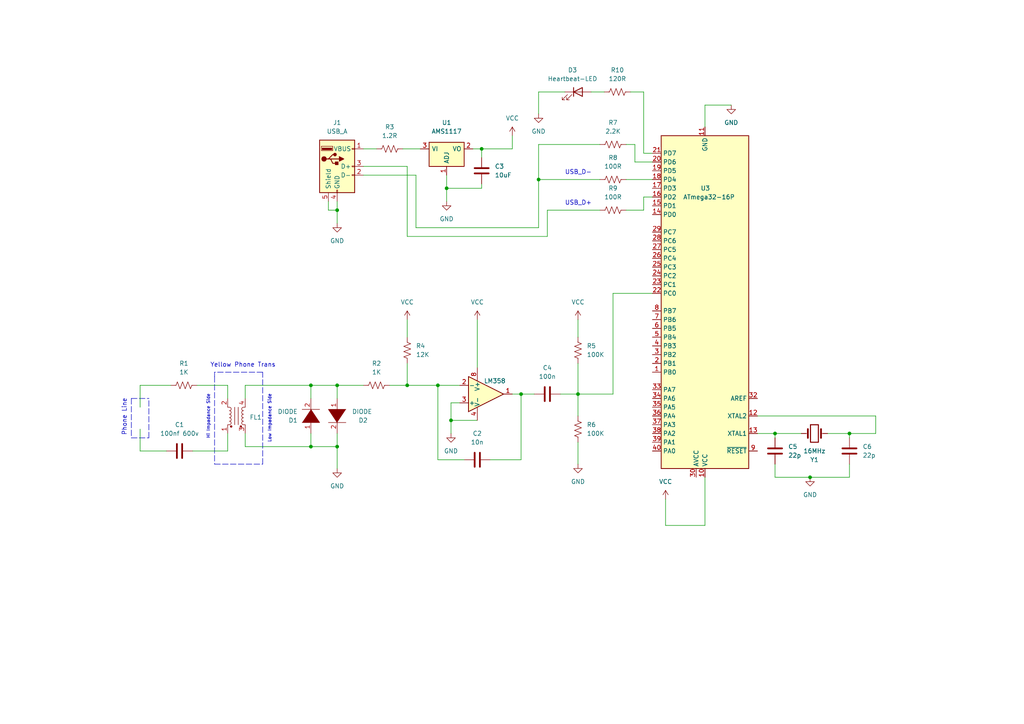
<source format=kicad_sch>
(kicad_sch (version 20211123) (generator eeschema)
  (paper "A4")
  (lib_symbols
    (symbol "Amplifier_Operational:LM358" (pin_names (offset 0.127))
      (property "Reference" "U" (at 0 5.08 0))
      (property "Value" "LM358" (at 0 -5.08 0))
      (symbol "LM358_1_1"
        (polyline (pts (xy -5.08 5.08) (xy 5.08 0) (xy -5.08 -5.08) (xy -5.08 5.08)) (stroke (width 0.254)) (fill (type background)))
        (pin output line (at 7.62 0 180) (length 2.54) (name "~") (number "1"))
        (pin input line (at -7.62 -2.54 0) (length 2.54) (name "-") (number "2"))
        (pin input line (at -7.62 2.54 0) (length 2.54) (name "+") (number "3"))
      )
      (symbol "LM358_2_1"
        (polyline (pts (xy -5.08 5.08) (xy 5.08 0) (xy -5.08 -5.08) (xy -5.08 5.08)) (stroke (width 0.254)) (fill (type background)))
        (pin input line (at -7.62 2.54 0) (length 2.54) (name "+") (number "5"))
        (pin input line (at -7.62 -2.54 0) (length 2.54) (name "-") (number "6"))
        (pin output line (at 7.62 0 180) (length 2.54) (name "~") (number "7"))
      )
      (symbol "LM358_3_1"
        (pin power_in line (at -2.54 -7.62 90) (length 3.81) (name "V-") (number "4"))
        (pin power_in line (at -2.54 7.62 270) (length 3.81) (name "V+") (number "8"))
      )
    )
    (symbol "Connector:USB_A" (pin_names (offset 1.016))
      (property "Reference" "J" (at -5.08 11.43 0))
      (property "Value" "USB_A" (at -5.08 8.89 0))
      (symbol "USB_A_0_1"
        (rectangle (start -5.08 -7.62) (end 5.08 7.62) (stroke (width 0.254)) (fill (type background)))
        (circle (center -3.81 2.159) (radius 0.635) (stroke (width 0.254)) (fill (type outline)))
        (rectangle (start -1.524 4.826) (end -4.318 5.334) (fill (type outline)))
        (rectangle (start -1.27 4.572) (end -4.572 5.842))
        (circle (center -0.635 3.429) (radius 0.381) (stroke (width 0.254)) (fill (type outline)))
        (rectangle (start -0.127 -7.62) (end 0.127 -6.858))
        (polyline (pts (xy -3.175 2.159) (xy -2.54 2.159) (xy -1.27 3.429) (xy -0.635 3.429)) (stroke (width 0.254)))
        (polyline (pts (xy -2.54 2.159) (xy -1.905 2.159) (xy -1.27 0.889) (xy 0 0.889)) (stroke (width 0.254)))
        (polyline (pts (xy 0.635 2.794) (xy 0.635 1.524) (xy 1.905 2.159) (xy 0.635 2.794)) (stroke (width 0.254)) (fill (type outline)))
        (rectangle (start 0.254 1.27) (end -0.508 0.508) (stroke (width 0.254)) (fill (type outline)))
        (rectangle (start 5.08 -2.667) (end 4.318 -2.413))
        (rectangle (start 5.08 -0.127) (end 4.318 0.127))
        (rectangle (start 5.08 4.953) (end 4.318 5.207))
      )
      (symbol "USB_A_1_1"
        (polyline (pts (xy -1.905 2.159) (xy 0.635 2.159)) (stroke (width 0.254)))
        (pin power_in line (at 7.62 5.08 180) (length 2.54) (name "VBUS") (number "1"))
        (pin bidirectional line (at 7.62 -2.54 180) (length 2.54) (name "D-") (number "2"))
        (pin bidirectional line (at 7.62 0 180) (length 2.54) (name "D+") (number "3"))
        (pin power_in line (at 0 -10.16 90) (length 2.54) (name "GND") (number "4"))
        (pin passive line (at -2.54 -10.16 90) (length 2.54) (name "Shield") (number "5"))
      )
    )
    (symbol "Device:C" (pin_numbers hide) (pin_names (offset 0.254))
      (property "Reference" "C" (at 0.635 2.54 0))
      (property "Value" "C" (at 0.635 -2.54 0))
      (symbol "C_0_1"
        (polyline (pts (xy -2.032 -0.762) (xy 2.032 -0.762)) (stroke (width 0.508)))
        (polyline (pts (xy -2.032 0.762) (xy 2.032 0.762)) (stroke (width 0.508)))
      )
      (symbol "C_1_1"
        (pin passive line (at 0 3.81 270) (length 2.794) (name "~") (number "1"))
        (pin passive line (at 0 -3.81 90) (length 2.794) (name "~") (number "2"))
      )
    )
    (symbol "Device:Crystal" (pin_numbers hide) (pin_names (offset 1.016) hide)
      (property "Reference" "Y" (at 0 3.81 0))
      (property "Value" "Crystal" (at 0 -3.81 0))
      (symbol "Crystal_0_1"
        (rectangle (start -1.143 2.54) (end 1.143 -2.54) (stroke (width 0.3048)))
        (polyline (pts (xy -2.54 0) (xy -1.905 0)))
        (polyline (pts (xy -1.905 -1.27) (xy -1.905 1.27)) (stroke (width 0.508)))
        (polyline (pts (xy 1.905 -1.27) (xy 1.905 1.27)) (stroke (width 0.508)))
        (polyline (pts (xy 2.54 0) (xy 1.905 0)))
      )
      (symbol "Crystal_1_1"
        (pin passive line (at -3.81 0 0) (length 1.27) (name "1") (number "1"))
        (pin passive line (at 3.81 0 180) (length 1.27) (name "2") (number "2"))
      )
    )
    (symbol "Device:LED" (pin_numbers hide) (pin_names (offset 1.016) hide)
      (property "Reference" "D" (at 0 2.54 0))
      (property "Value" "LED" (at 0 -2.54 0))
      (symbol "LED_0_1"
        (polyline (pts (xy -1.27 -1.27) (xy -1.27 1.27)) (stroke (width 0.254)))
        (polyline (pts (xy -1.27 0) (xy 1.27 0)))
        (polyline (pts (xy 1.27 -1.27) (xy 1.27 1.27) (xy -1.27 0) (xy 1.27 -1.27)) (stroke (width 0.254)))
        (polyline (pts (xy -3.048 -0.762) (xy -4.572 -2.286) (xy -3.81 -2.286) (xy -4.572 -2.286) (xy -4.572 -1.524)))
        (polyline (pts (xy -1.778 -0.762) (xy -3.302 -2.286) (xy -2.54 -2.286) (xy -3.302 -2.286) (xy -3.302 -1.524)))
      )
      (symbol "LED_1_1"
        (pin passive line (at -3.81 0 0) (length 2.54) (name "K") (number "1"))
        (pin passive line (at 3.81 0 180) (length 2.54) (name "A") (number "2"))
      )
    )
    (symbol "Device:R_US" (pin_numbers hide) (pin_names (offset 0))
      (property "Reference" "R" (at 2.54 0 90))
      (property "Value" "R_US" (at -2.54 0 90))
      (symbol "R_US_0_1"
        (polyline (pts (xy 0 -2.286) (xy 0 -2.54)))
        (polyline (pts (xy 0 2.286) (xy 0 2.54)))
        (polyline (pts (xy 0 -0.762) (xy 1.016 -1.143) (xy 0 -1.524) (xy -1.016 -1.905) (xy 0 -2.286)))
        (polyline (pts (xy 0 0.762) (xy 1.016 0.381) (xy 0 0) (xy -1.016 -0.381) (xy 0 -0.762)))
        (polyline (pts (xy 0 2.286) (xy 1.016 1.905) (xy 0 1.524) (xy -1.016 1.143) (xy 0 0.762)))
      )
      (symbol "R_US_1_1"
        (pin passive line (at 0 3.81 270) (length 1.27) (name "~") (number "1"))
        (pin passive line (at 0 -3.81 90) (length 1.27) (name "~") (number "2"))
      )
    )
    (symbol "Filter:Choke_Schaffner_RN102-0.3-02-12M" (pin_names hide)
      (property "Reference" "FL" (at 0 5.08 0))
      (property "Value" "Choke_Schaffner_RN102-0.3-02-12M" (at 0 -5.08 0))
      (symbol "Choke_Schaffner_RN102-0.3-02-12M_1_1"
        (circle (center -3.048 -1.27) (radius 0.254) (fill (type outline)))
        (circle (center -3.048 1.524) (radius 0.254) (fill (type outline)))
        (arc (start -2.54 2.032) (mid -2.032 1.524) (end -1.524 2.032))
        (arc (start -1.524 -2.032) (mid -2.032 -1.524) (end -2.54 -2.032))
        (arc (start -1.524 2.032) (mid -1.016 1.524) (end -0.508 2.032))
        (arc (start -0.508 -2.032) (mid -1.016 -1.524) (end -1.524 -2.032))
        (arc (start -0.508 2.032) (mid 0 1.524) (end 0.508 2.032))
        (polyline (pts (xy -2.54 -2.032) (xy -2.54 -2.54)))
        (polyline (pts (xy -2.54 0.508) (xy 2.54 0.508)))
        (polyline (pts (xy -2.54 2.032) (xy -2.54 2.54)))
        (polyline (pts (xy 2.54 -2.032) (xy 2.54 -2.54)))
        (polyline (pts (xy 2.54 -0.508) (xy -2.54 -0.508)))
        (polyline (pts (xy 2.54 2.54) (xy 2.54 2.032)))
        (arc (start 0.508 -2.032) (mid 0 -1.524) (end -0.508 -2.032))
        (arc (start 0.508 2.032) (mid 1.016 1.524) (end 1.524 2.032))
        (arc (start 1.524 -2.032) (mid 1.016 -1.524) (end 0.508 -2.032))
        (arc (start 1.524 2.032) (mid 2.032 1.524) (end 2.54 2.032))
        (arc (start 2.54 -2.032) (mid 2.032 -1.524) (end 1.524 -2.032))
        (pin passive line (at -5.08 2.54 0) (length 2.54) (name "1") (number "1"))
        (pin passive line (at 5.08 2.54 180) (length 2.54) (name "2") (number "2"))
        (pin passive line (at -5.08 -2.54 0) (length 2.54) (name "3") (number "3"))
        (pin passive line (at 5.08 -2.54 180) (length 2.54) (name "4") (number "4"))
      )
    )
    (symbol "MCU_Microchip_ATmega:ATmega32-16P"
      (property "Reference" "U" (at -12.7 49.53 0))
      (property "Value" "ATmega32-16P" (at 2.54 -49.53 0))
      (symbol "ATmega32-16P_0_1"
        (rectangle (start -12.7 -48.26) (end 12.7 48.26) (stroke (width 0.254)) (fill (type background)))
      )
      (symbol "ATmega32-16P_1_1"
        (pin bidirectional line (at 15.24 20.32 180) (length 2.54) (name "PB0") (number "1"))
        (pin power_in line (at 0 50.8 270) (length 2.54) (name "VCC") (number "10"))
        (pin power_in line (at 0 -50.8 90) (length 2.54) (name "GND") (number "11"))
        (pin output line (at -15.24 33.02 0) (length 2.54) (name "XTAL2") (number "12"))
        (pin input line (at -15.24 38.1 0) (length 2.54) (name "XTAL1") (number "13"))
        (pin bidirectional line (at 15.24 -25.4 180) (length 2.54) (name "PD0") (number "14"))
        (pin bidirectional line (at 15.24 -27.94 180) (length 2.54) (name "PD1") (number "15"))
        (pin bidirectional line (at 15.24 -30.48 180) (length 2.54) (name "PD2") (number "16"))
        (pin bidirectional line (at 15.24 -33.02 180) (length 2.54) (name "PD3") (number "17"))
        (pin bidirectional line (at 15.24 -35.56 180) (length 2.54) (name "PD4") (number "18"))
        (pin bidirectional line (at 15.24 -38.1 180) (length 2.54) (name "PD5") (number "19"))
        (pin bidirectional line (at 15.24 17.78 180) (length 2.54) (name "PB1") (number "2"))
        (pin bidirectional line (at 15.24 -40.64 180) (length 2.54) (name "PD6") (number "20"))
        (pin bidirectional line (at 15.24 -43.18 180) (length 2.54) (name "PD7") (number "21"))
        (pin bidirectional line (at 15.24 -2.54 180) (length 2.54) (name "PC0") (number "22"))
        (pin bidirectional line (at 15.24 -5.08 180) (length 2.54) (name "PC1") (number "23"))
        (pin bidirectional line (at 15.24 -7.62 180) (length 2.54) (name "PC2") (number "24"))
        (pin bidirectional line (at 15.24 -10.16 180) (length 2.54) (name "PC3") (number "25"))
        (pin bidirectional line (at 15.24 -12.7 180) (length 2.54) (name "PC4") (number "26"))
        (pin bidirectional line (at 15.24 -15.24 180) (length 2.54) (name "PC5") (number "27"))
        (pin bidirectional line (at 15.24 -17.78 180) (length 2.54) (name "PC6") (number "28"))
        (pin bidirectional line (at 15.24 -20.32 180) (length 2.54) (name "PC7") (number "29"))
        (pin bidirectional line (at 15.24 15.24 180) (length 2.54) (name "PB2") (number "3"))
        (pin power_in line (at 2.54 50.8 270) (length 2.54) (name "AVCC") (number "30"))
        (pin passive line (at 0 -50.8 90) (length 2.54) hide (name "GND") (number "31"))
        (pin passive line (at -15.24 27.94 0) (length 2.54) (name "AREF") (number "32"))
        (pin bidirectional line (at 15.24 25.4 180) (length 2.54) (name "PA7") (number "33"))
        (pin bidirectional line (at 15.24 27.94 180) (length 2.54) (name "PA6") (number "34"))
        (pin bidirectional line (at 15.24 30.48 180) (length 2.54) (name "PA5") (number "35"))
        (pin bidirectional line (at 15.24 33.02 180) (length 2.54) (name "PA4") (number "36"))
        (pin bidirectional line (at 15.24 35.56 180) (length 2.54) (name "PA3") (number "37"))
        (pin bidirectional line (at 15.24 38.1 180) (length 2.54) (name "PA2") (number "38"))
        (pin bidirectional line (at 15.24 40.64 180) (length 2.54) (name "PA1") (number "39"))
        (pin bidirectional line (at 15.24 12.7 180) (length 2.54) (name "PB3") (number "4"))
        (pin bidirectional line (at 15.24 43.18 180) (length 2.54) (name "PA0") (number "40"))
        (pin bidirectional line (at 15.24 10.16 180) (length 2.54) (name "PB4") (number "5"))
        (pin bidirectional line (at 15.24 7.62 180) (length 2.54) (name "PB5") (number "6"))
        (pin bidirectional line (at 15.24 5.08 180) (length 2.54) (name "PB6") (number "7"))
        (pin bidirectional line (at 15.24 2.54 180) (length 2.54) (name "PB7") (number "8"))
        (pin input line (at -15.24 43.18 0) (length 2.54) (name "~{RESET}") (number "9"))
      )
    )
    (symbol "Regulator_Linear:AMS1117" (pin_names (offset 0.762))
      (property "Reference" "U" (at -3.81 3.175 0))
      (property "Value" "AMS1117" (at 0 3.175 0))
      (symbol "AMS1117_0_1"
        (rectangle (start -5.08 -5.08) (end 5.08 1.905) (stroke (width 0.254)) (fill (type background)))
      )
      (symbol "AMS1117_1_1"
        (pin input line (at 0 -7.62 90) (length 2.54) (name "ADJ") (number "1"))
        (pin power_out line (at 7.62 0 180) (length 2.54) (name "VO") (number "2"))
        (pin power_in line (at -7.62 0 0) (length 2.54) (name "VI") (number "3"))
      )
    )
    (symbol "power:GND" (power) (pin_names (offset 0))
      (property "Value" "GND" (at 0 -3.81 0))
      (symbol "GND_0_1"
        (polyline (pts (xy 0 0) (xy 0 -1.27) (xy 1.27 -1.27) (xy 0 -2.54) (xy -1.27 -1.27) (xy 0 -1.27)))
      )
      (symbol "GND_1_1"
        (pin power_in line (at 0 0 270) (length 0) hide (name "GND") (number "1"))
      )
    )
    (symbol "power:VCC" (power) (pin_names (offset 0))
      (property "Value" "VCC" (at 0 3.81 0))
      (symbol "VCC_0_1"
        (polyline (pts (xy -0.762 1.27) (xy 0 2.54)))
        (polyline (pts (xy 0 0) (xy 0 2.54)))
        (polyline (pts (xy 0 2.54) (xy 0.762 1.27)))
      )
      (symbol "VCC_1_1"
        (pin power_in line (at 0 0 90) (length 0) hide (name "VCC") (number "1"))
      )
    )
    (symbol "pspice:DIODE" (pin_names (offset 1.016) hide)
      (property "Reference" "D" (at 0 3.81 0))
      (property "Value" "DIODE" (at 0 -4.445 0))
      (symbol "DIODE_0_1"
        (polyline (pts (xy 1.905 2.54) (xy 1.905 -2.54)))
        (polyline (pts (xy -1.905 2.54) (xy -1.905 -2.54) (xy 1.905 0)) (fill (type outline)))
      )
      (symbol "DIODE_1_1"
        (pin input line (at -5.08 0 0) (length 3.81) (name "K") (number "1"))
        (pin input line (at 5.08 0 180) (length 3.81) (name "A") (number "2"))
      )
    )
  )
  (junction (at 97.79 129.54))
  (junction (at 90.17 111.76))
  (junction (at 246.38 125.73))
  (junction (at 234.95 138.43))
  (junction (at 97.79 60.96))
  (junction (at 97.79 111.76))
  (junction (at 127 111.76))
  (junction (at 130.81 121.92))
  (junction (at 156.21 52.07))
  (junction (at 139.7 43.18))
  (junction (at 90.17 129.54))
  (junction (at 151.13 114.3))
  (junction (at 129.54 54.61))
  (junction (at 167.64 114.3))
  (junction (at 118.11 111.76))
  (junction (at 224.79 125.73))
  (wire (pts (xy 129.54 50.8) (xy 129.54 54.61)))
  (wire (pts (xy 204.47 30.48) (xy 212.09 30.48)))
  (wire (pts (xy 97.79 60.96) (xy 97.79 64.77)))
  (wire (pts (xy 97.79 58.42) (xy 97.79 60.96)))
  (wire (pts (xy 246.38 125.73) (xy 254 125.73)))
  (wire (pts (xy 182.88 26.67) (xy 186.69 26.67)))
  (wire (pts (xy 167.64 114.3) (xy 167.64 120.65)))
  (wire (pts (xy 151.13 114.3) (xy 154.94 114.3)))
  (polyline (pts (xy 62.23 134.62) (xy 76.2 134.62)))
  (wire (pts (xy 118.11 92.71) (xy 118.11 97.79)))
  (wire (pts (xy 181.61 41.91) (xy 184.15 41.91)))
  (wire (pts (xy 66.04 111.76) (xy 66.04 115.57)))
  (wire (pts (xy 246.38 134.62) (xy 246.38 138.43)))
  (wire (pts (xy 127 133.35) (xy 127 111.76)))
  (wire (pts (xy 130.81 121.92) (xy 138.43 121.92)))
  (wire (pts (xy 129.54 54.61) (xy 139.7 54.61)))
  (wire (pts (xy 224.79 138.43) (xy 234.95 138.43)))
  (wire (pts (xy 66.04 125.73) (xy 66.04 130.81)))
  (wire (pts (xy 204.47 138.43) (xy 204.47 152.4)))
  (wire (pts (xy 116.84 43.18) (xy 121.92 43.18)))
  (wire (pts (xy 204.47 30.48) (xy 204.47 36.83)))
  (wire (pts (xy 186.69 26.67) (xy 186.69 44.45)))
  (wire (pts (xy 184.15 41.91) (xy 184.15 46.99)))
  (wire (pts (xy 224.79 125.73) (xy 232.41 125.73)))
  (wire (pts (xy 193.04 144.78) (xy 193.04 152.4)))
  (wire (pts (xy 173.99 60.96) (xy 158.75 60.96)))
  (wire (pts (xy 162.56 114.3) (xy 167.64 114.3)))
  (wire (pts (xy 167.64 105.41) (xy 167.64 114.3)))
  (wire (pts (xy 156.21 26.67) (xy 156.21 33.02)))
  (wire (pts (xy 71.12 125.73) (xy 71.12 129.54)))
  (wire (pts (xy 90.17 129.54) (xy 90.17 125.73)))
  (wire (pts (xy 173.99 52.07) (xy 156.21 52.07)))
  (wire (pts (xy 219.71 120.65) (xy 254 120.65)))
  (wire (pts (xy 40.64 124.46) (xy 40.64 130.81)))
  (wire (pts (xy 163.83 26.67) (xy 156.21 26.67)))
  (wire (pts (xy 156.21 66.04) (xy 120.65 66.04)))
  (wire (pts (xy 97.79 111.76) (xy 90.17 111.76)))
  (wire (pts (xy 167.64 114.3) (xy 177.8 114.3)))
  (wire (pts (xy 142.24 133.35) (xy 151.13 133.35)))
  (wire (pts (xy 177.8 114.3) (xy 177.8 85.09)))
  (wire (pts (xy 254 120.65) (xy 254 125.73)))
  (wire (pts (xy 97.79 129.54) (xy 90.17 129.54)))
  (wire (pts (xy 49.53 111.76) (xy 40.64 111.76)))
  (wire (pts (xy 71.12 129.54) (xy 90.17 129.54)))
  (wire (pts (xy 156.21 41.91) (xy 156.21 52.07)))
  (wire (pts (xy 148.59 39.37) (xy 148.59 43.18)))
  (wire (pts (xy 95.25 60.96) (xy 97.79 60.96)))
  (wire (pts (xy 167.64 128.27) (xy 167.64 134.62)))
  (wire (pts (xy 177.8 85.09) (xy 189.23 85.09)))
  (wire (pts (xy 118.11 111.76) (xy 118.11 105.41)))
  (wire (pts (xy 90.17 111.76) (xy 90.17 115.57)))
  (wire (pts (xy 97.79 115.57) (xy 97.79 111.76)))
  (wire (pts (xy 186.69 57.15) (xy 189.23 57.15)))
  (wire (pts (xy 118.11 111.76) (xy 127 111.76)))
  (wire (pts (xy 130.81 116.84) (xy 130.81 121.92)))
  (wire (pts (xy 158.75 60.96) (xy 158.75 68.58)))
  (wire (pts (xy 246.38 138.43) (xy 234.95 138.43)))
  (polyline (pts (xy 38.1 127) (xy 43.18 127)))
  (polyline (pts (xy 62.23 109.22) (xy 62.23 134.62)))
  (wire (pts (xy 246.38 125.73) (xy 246.38 127)))
  (wire (pts (xy 151.13 114.3) (xy 148.59 114.3)))
  (wire (pts (xy 171.45 26.67) (xy 175.26 26.67)))
  (wire (pts (xy 133.35 116.84) (xy 130.81 116.84)))
  (wire (pts (xy 118.11 48.26) (xy 105.41 48.26)))
  (wire (pts (xy 181.61 60.96) (xy 186.69 60.96)))
  (polyline (pts (xy 62.23 107.95) (xy 62.23 109.22)))
  (wire (pts (xy 118.11 68.58) (xy 118.11 48.26)))
  (wire (pts (xy 40.64 111.76) (xy 40.64 118.11)))
  (wire (pts (xy 139.7 53.34) (xy 139.7 54.61)))
  (wire (pts (xy 186.69 60.96) (xy 186.69 57.15)))
  (wire (pts (xy 105.41 43.18) (xy 109.22 43.18)))
  (wire (pts (xy 97.79 129.54) (xy 97.79 135.89)))
  (wire (pts (xy 184.15 46.99) (xy 189.23 46.99)))
  (wire (pts (xy 224.79 134.62) (xy 224.79 138.43)))
  (wire (pts (xy 113.03 111.76) (xy 118.11 111.76)))
  (wire (pts (xy 219.71 125.73) (xy 224.79 125.73)))
  (wire (pts (xy 90.17 111.76) (xy 71.12 111.76)))
  (wire (pts (xy 97.79 125.73) (xy 97.79 129.54)))
  (wire (pts (xy 156.21 52.07) (xy 156.21 66.04)))
  (wire (pts (xy 151.13 114.3) (xy 151.13 133.35)))
  (wire (pts (xy 55.88 130.81) (xy 66.04 130.81)))
  (wire (pts (xy 139.7 45.72) (xy 139.7 43.18)))
  (polyline (pts (xy 43.18 127) (xy 43.18 115.57)))
  (wire (pts (xy 158.75 68.58) (xy 118.11 68.58)))
  (polyline (pts (xy 76.2 107.95) (xy 62.23 107.95)))
  (wire (pts (xy 95.25 58.42) (xy 95.25 60.96)))
  (wire (pts (xy 48.26 130.81) (xy 40.64 130.81)))
  (wire (pts (xy 127 111.76) (xy 133.35 111.76)))
  (wire (pts (xy 167.64 92.71) (xy 167.64 97.79)))
  (wire (pts (xy 120.65 66.04) (xy 120.65 50.8)))
  (wire (pts (xy 173.99 41.91) (xy 156.21 41.91)))
  (wire (pts (xy 134.62 133.35) (xy 127 133.35)))
  (polyline (pts (xy 76.2 134.62) (xy 76.2 107.95)))
  (wire (pts (xy 181.61 52.07) (xy 189.23 52.07)))
  (polyline (pts (xy 38.1 115.57) (xy 38.1 127)))
  (wire (pts (xy 129.54 54.61) (xy 129.54 58.42)))
  (wire (pts (xy 120.65 50.8) (xy 105.41 50.8)))
  (wire (pts (xy 189.23 44.45) (xy 186.69 44.45)))
  (wire (pts (xy 204.47 152.4) (xy 193.04 152.4)))
  (wire (pts (xy 57.15 111.76) (xy 66.04 111.76)))
  (wire (pts (xy 97.79 111.76) (xy 105.41 111.76)))
  (wire (pts (xy 130.81 121.92) (xy 130.81 125.73)))
  (wire (pts (xy 138.43 92.71) (xy 138.43 106.68)))
  (wire (pts (xy 71.12 115.57) (xy 71.12 111.76)))
  (polyline (pts (xy 38.1 115.57) (xy 43.18 115.57)))
  (wire (pts (xy 224.79 127) (xy 224.79 125.73)))
  (wire (pts (xy 240.03 125.73) (xy 246.38 125.73)))
  (wire (pts (xy 139.7 43.18) (xy 137.16 43.18)))
  (wire (pts (xy 139.7 43.18) (xy 148.59 43.18)))
  (text "Low Impadance Side\n" (at 78.74 114.3 270) (effects (font (size 0.9 0.9)) (justify right bottom)))
  (text "USB_D+" (at 163.83 59.69 0) (effects (font (size 1.27 1.27)) (justify left bottom)))
  (text "Hi Impadance Side\n" (at 60.96 114.3 270) (effects (font (size 0.9 0.9)) (justify right bottom)))
  (text "Phone Line\n" (at 36.83 115.57 270) (effects (font (size 1.27 1.27)) (justify right bottom)))
  (text "USB_D-" (at 163.83 50.8 0) (effects (font (size 1.27 1.27)) (justify left bottom)))
  (text "Yellow Phone Trans" (at 60.96 106.68 0) (effects (font (size 1.27 1.27)) (justify left bottom)))
  (symbol (lib_id "power:GND") (at 234.95 138.43 0) (unit 1)
    (property "Reference" "#PWR013" (effects hide))
    (property "Value" "GND" (at 234.95 143.51 0))
  )
  (symbol (lib_id "Device:R_US") (at 53.34 111.76 90) (unit 1)
    (property "Reference" "R1" (at 53.34 105.41 90))
    (property "Value" "1K" (at 53.34 107.95 90))
  )
  (symbol (lib_id "Device:R_US") (at 167.64 101.6 0) (unit 1)
    (property "Reference" "R5" (at 170.18 100.3299 0) (effects (justify left)))
    (property "Value" "100K" (at 170.18 102.8699 0) (effects (justify left)))
  )
  (symbol (lib_id "Amplifier_Operational:LM358") (at 140.97 114.3 0) (unit 3)
    (property "Reference" "U2" (effects hide))
    (property "Value" "LM358" (effects hide))
    (property "Datasheet" "http://www.ti.com/lit/ds/symlink/lm2904-n.pdf" (effects hide))
  )
  (symbol (lib_id "Device:LED") (at 167.64 26.67 0) (unit 1)
    (property "Reference" "D3" (at 166.0525 20.32 0))
    (property "Value" "Heartbeat-LED" (at 166.0525 22.86 0))
  )
  (symbol (lib_id "Connector:USB_A") (at 97.79 48.26 0) (unit 1)
    (property "Reference" "J1" (at 97.79 35.56 0))
    (property "Value" "USB_A" (at 97.79 38.1 0))
    (property "Datasheet" " ~" (effects hide))
  )
  (symbol (lib_id "power:VCC") (at 138.43 92.71 0) (unit 1)
    (property "Reference" "#PWR06" (effects hide))
    (property "Value" "VCC" (at 138.43 87.63 0))
  )
  (symbol (lib_id "Device:R_US") (at 179.07 26.67 90) (unit 1)
    (property "Reference" "R10" (at 179.07 20.32 90))
    (property "Value" "120R" (at 179.07 22.86 90))
  )
  (symbol (lib_id "Amplifier_Operational:LM358") (at 140.97 114.3 0) (mirror x) (unit 1)
    (property "Reference" "U2" (effects hide))
    (property "Value" "LM358" (at 143.51 110.49 0))
    (property "Datasheet" "http://www.ti.com/lit/ds/symlink/lm2904-n.pdf" (effects hide))
  )
  (symbol (lib_id "Device:R_US") (at 177.8 52.07 90) (unit 1)
    (property "Reference" "R8" (at 177.8 45.72 90))
    (property "Value" "100R" (at 177.8 48.26 90))
  )
  (symbol (lib_id "pspice:DIODE") (at 97.79 120.65 270) (unit 1)
    (property "Reference" "D2" (at 106.68 121.92 90) (effects (justify right)))
    (property "Value" "DIODE" (at 107.95 119.38 90) (effects (justify right)))
  )
  (symbol (lib_id "Device:R_US") (at 109.22 111.76 90) (unit 1)
    (property "Reference" "R2" (at 109.22 105.41 90))
    (property "Value" "1K" (at 109.22 107.95 90))
  )
  (symbol (lib_id "Device:R_US") (at 167.64 124.46 0) (unit 1)
    (property "Reference" "R6" (at 170.18 123.1899 0) (effects (justify left)))
    (property "Value" "100K" (at 170.18 125.7299 0) (effects (justify left)))
  )
  (symbol (lib_id "power:GND") (at 97.79 135.89 0) (unit 1)
    (property "Reference" "#PWR02" (effects hide))
    (property "Value" "GND" (at 97.79 140.97 0))
  )
  (symbol (lib_id "Device:R_US") (at 177.8 60.96 90) (unit 1)
    (property "Reference" "R9" (at 177.8 54.61 90))
    (property "Value" "100R" (at 177.8 57.15 90))
  )
  (symbol (lib_id "Device:C") (at 139.7 49.53 0) (unit 1)
    (property "Reference" "C3" (at 143.51 48.2599 0) (effects (justify left)))
    (property "Value" "10uF" (at 143.51 50.7999 0) (effects (justify left)))
  )
  (symbol (lib_id "Device:C") (at 52.07 130.81 90) (unit 1)
    (property "Reference" "C1" (at 52.07 123.19 90))
    (property "Value" "100nf 600v" (at 52.07 125.73 90))
  )
  (symbol (lib_id "power:GND") (at 167.64 134.62 0) (unit 1)
    (property "Reference" "#PWR010" (effects hide))
    (property "Value" "GND" (at 167.64 139.7 0))
  )
  (symbol (lib_id "power:GND") (at 97.79 64.77 0) (unit 1)
    (property "Reference" "#PWR01" (effects hide))
    (property "Value" "GND" (at 97.79 69.85 0))
  )
  (symbol (lib_id "power:GND") (at 130.81 125.73 0) (unit 1)
    (property "Reference" "#PWR05" (effects hide))
    (property "Value" "GND" (at 130.81 130.81 0))
  )
  (symbol (lib_id "Filter:Choke_Schaffner_RN102-0.3-02-12M") (at 68.58 120.65 90) (unit 1)
    (property "Reference" "FL1" (at 72.39 121.0309 90) (effects (justify right)))
    (property "Value" "Choke_Schaffner_RN102-0.3-02-12M" (effects hide))
    (property "Footprint" "Inductor_THT:Choke_Schaffner_RN102-04-14.0x14.0mm" (effects hide))
    (property "Datasheet" "https://www.schaffner.com/products/download/product/datasheet/rn-series-common-mode-chokes-new/" (effects hide))
  )
  (symbol (lib_id "power:GND") (at 129.54 58.42 0) (unit 1)
    (property "Reference" "#PWR04" (effects hide))
    (property "Value" "GND" (at 129.54 63.5 0))
  )
  (symbol (lib_id "power:GND") (at 212.09 30.48 0) (unit 1)
    (property "Reference" "#PWR012" (effects hide))
    (property "Value" "GND" (at 212.09 35.56 0))
  )
  (symbol (lib_id "power:VCC") (at 118.11 92.71 0) (unit 1)
    (property "Reference" "#PWR03" (effects hide))
    (property "Value" "VCC" (at 118.11 87.63 0))
  )
  (symbol (lib_id "Device:Crystal") (at 236.22 125.73 180) (unit 1)
    (property "Reference" "Y1" (at 236.22 133.35 0))
    (property "Value" "16MHz" (at 236.22 130.81 0))
  )
  (symbol (lib_id "Device:R_US") (at 177.8 41.91 90) (unit 1)
    (property "Reference" "R7" (at 177.8 35.56 90))
    (property "Value" "2.2K" (at 177.8 38.1 90))
  )
  (symbol (lib_id "power:VCC") (at 167.64 92.71 0) (unit 1)
    (property "Reference" "#PWR09" (effects hide))
    (property "Value" "VCC" (at 167.64 87.63 0))
  )
  (symbol (lib_id "Device:C") (at 138.43 133.35 90) (unit 1)
    (property "Reference" "C2" (at 138.43 125.73 90))
    (property "Value" "10n" (at 138.43 128.27 90))
  )
  (symbol (lib_id "power:GND") (at 156.21 33.02 0) (unit 1)
    (property "Reference" "#PWR08" (effects hide))
    (property "Value" "GND" (at 156.21 38.1 0))
  )
  (symbol (lib_id "Device:R_US") (at 118.11 101.6 0) (unit 1)
    (property "Reference" "R4" (at 120.65 100.3299 0) (effects (justify left)))
    (property "Value" "12K" (at 120.65 102.8699 0) (effects (justify left)))
  )
  (symbol (lib_id "pspice:DIODE") (at 90.17 120.65 90) (unit 1)
    (property "Reference" "D1" (at 86.36 121.9201 90) (effects (justify left)))
    (property "Value" "DIODE" (at 86.36 119.3801 90) (effects (justify left)))
  )
  (symbol (lib_id "Device:R_US") (at 113.03 43.18 90) (unit 1)
    (property "Reference" "R3" (at 113.03 36.83 90))
    (property "Value" "1.2R" (at 113.03 39.37 90))
  )
  (symbol (lib_id "Device:C") (at 224.79 130.81 0) (unit 1)
    (property "Reference" "C5" (at 228.6 129.5399 0) (effects (justify left)))
    (property "Value" "22p" (at 228.6 132.0799 0) (effects (justify left)))
  )
  (symbol (lib_id "Regulator_Linear:AMS1117") (at 129.54 43.18 0) (unit 1)
    (property "Reference" "U1" (at 129.54 35.56 0))
    (property "Value" "AMS1117" (at 129.54 38.1 0))
    (property "Footprint" "Package_TO_SOT_SMD:SOT-223-3_TabPin2" (effects hide))
    (property "Datasheet" "http://www.advanced-monolithic.com/pdf/ds1117.pdf" (effects hide))
  )
  (symbol (lib_id "Device:C") (at 158.75 114.3 90) (unit 1)
    (property "Reference" "C4" (at 158.75 106.68 90))
    (property "Value" "100n" (at 158.75 109.22 90))
  )
  (symbol (lib_id "MCU_Microchip_ATmega:ATmega32-16P") (at 204.47 87.63 180) (unit 1)
    (property "Reference" "U3" (at 203.2 54.61 0) (effects (justify right)))
    (property "Value" "ATmega32-16P" (at 198.12 57.15 0) (effects (justify right)))
    (property "Footprint" "Package_DIP:DIP-40_W15.24mm" (effects hide))
    (property "Datasheet" "http://ww1.microchip.com/downloads/en/DeviceDoc/doc2503.pdf" (effects hide))
  )
  (symbol (lib_id "Device:C") (at 246.38 130.81 0) (unit 1)
    (property "Reference" "C6" (at 250.19 129.5399 0) (effects (justify left)))
    (property "Value" "22p" (at 250.19 132.0799 0) (effects (justify left)))
  )
  (symbol (lib_id "power:VCC") (at 193.04 144.78 0) (unit 1)
    (property "Reference" "#PWR011" (effects hide))
    (property "Value" "VCC" (at 193.04 139.7 0))
  )
  (symbol (lib_id "power:VCC") (at 148.59 39.37 0) (unit 1)
    (property "Reference" "#PWR07" (effects hide))
    (property "Value" "VCC" (at 148.59 34.29 0))
  )
)
</source>
